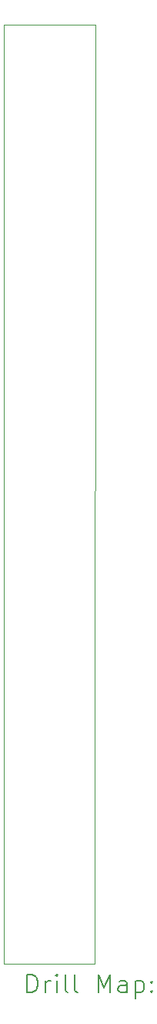
<source format=gbr>
%TF.GenerationSoftware,KiCad,Pcbnew,6.0.10+dfsg-1~bpo11+1*%
%TF.CreationDate,2023-02-04T10:57:42+08:00*%
%TF.ProjectId,MiniLFO,4d696e69-4c46-44f2-9e6b-696361645f70,rev?*%
%TF.SameCoordinates,Original*%
%TF.FileFunction,Drillmap*%
%TF.FilePolarity,Positive*%
%FSLAX45Y45*%
G04 Gerber Fmt 4.5, Leading zero omitted, Abs format (unit mm)*
G04 Created by KiCad (PCBNEW 6.0.10+dfsg-1~bpo11+1) date 2023-02-04 10:57:42*
%MOMM*%
%LPD*%
G01*
G04 APERTURE LIST*
%ADD10C,0.100000*%
%ADD11C,0.200000*%
G04 APERTURE END LIST*
D10*
X13000000Y-16600000D02*
X13000000Y-6300000D01*
X14000000Y-6300000D02*
X13995000Y-16600000D01*
X13000000Y-6300000D02*
X14000000Y-6300000D01*
X13995000Y-16600000D02*
X13000000Y-16600000D01*
D11*
X13252619Y-16915476D02*
X13252619Y-16715476D01*
X13300238Y-16715476D01*
X13328809Y-16725000D01*
X13347857Y-16744048D01*
X13357381Y-16763095D01*
X13366905Y-16801190D01*
X13366905Y-16829762D01*
X13357381Y-16867857D01*
X13347857Y-16886905D01*
X13328809Y-16905952D01*
X13300238Y-16915476D01*
X13252619Y-16915476D01*
X13452619Y-16915476D02*
X13452619Y-16782143D01*
X13452619Y-16820238D02*
X13462143Y-16801190D01*
X13471667Y-16791667D01*
X13490714Y-16782143D01*
X13509762Y-16782143D01*
X13576428Y-16915476D02*
X13576428Y-16782143D01*
X13576428Y-16715476D02*
X13566905Y-16725000D01*
X13576428Y-16734524D01*
X13585952Y-16725000D01*
X13576428Y-16715476D01*
X13576428Y-16734524D01*
X13700238Y-16915476D02*
X13681190Y-16905952D01*
X13671667Y-16886905D01*
X13671667Y-16715476D01*
X13805000Y-16915476D02*
X13785952Y-16905952D01*
X13776428Y-16886905D01*
X13776428Y-16715476D01*
X14033571Y-16915476D02*
X14033571Y-16715476D01*
X14100238Y-16858333D01*
X14166905Y-16715476D01*
X14166905Y-16915476D01*
X14347857Y-16915476D02*
X14347857Y-16810714D01*
X14338333Y-16791667D01*
X14319286Y-16782143D01*
X14281190Y-16782143D01*
X14262143Y-16791667D01*
X14347857Y-16905952D02*
X14328809Y-16915476D01*
X14281190Y-16915476D01*
X14262143Y-16905952D01*
X14252619Y-16886905D01*
X14252619Y-16867857D01*
X14262143Y-16848810D01*
X14281190Y-16839286D01*
X14328809Y-16839286D01*
X14347857Y-16829762D01*
X14443095Y-16782143D02*
X14443095Y-16982143D01*
X14443095Y-16791667D02*
X14462143Y-16782143D01*
X14500238Y-16782143D01*
X14519286Y-16791667D01*
X14528809Y-16801190D01*
X14538333Y-16820238D01*
X14538333Y-16877381D01*
X14528809Y-16896429D01*
X14519286Y-16905952D01*
X14500238Y-16915476D01*
X14462143Y-16915476D01*
X14443095Y-16905952D01*
X14624048Y-16896429D02*
X14633571Y-16905952D01*
X14624048Y-16915476D01*
X14614524Y-16905952D01*
X14624048Y-16896429D01*
X14624048Y-16915476D01*
X14624048Y-16791667D02*
X14633571Y-16801190D01*
X14624048Y-16810714D01*
X14614524Y-16801190D01*
X14624048Y-16791667D01*
X14624048Y-16810714D01*
M02*

</source>
